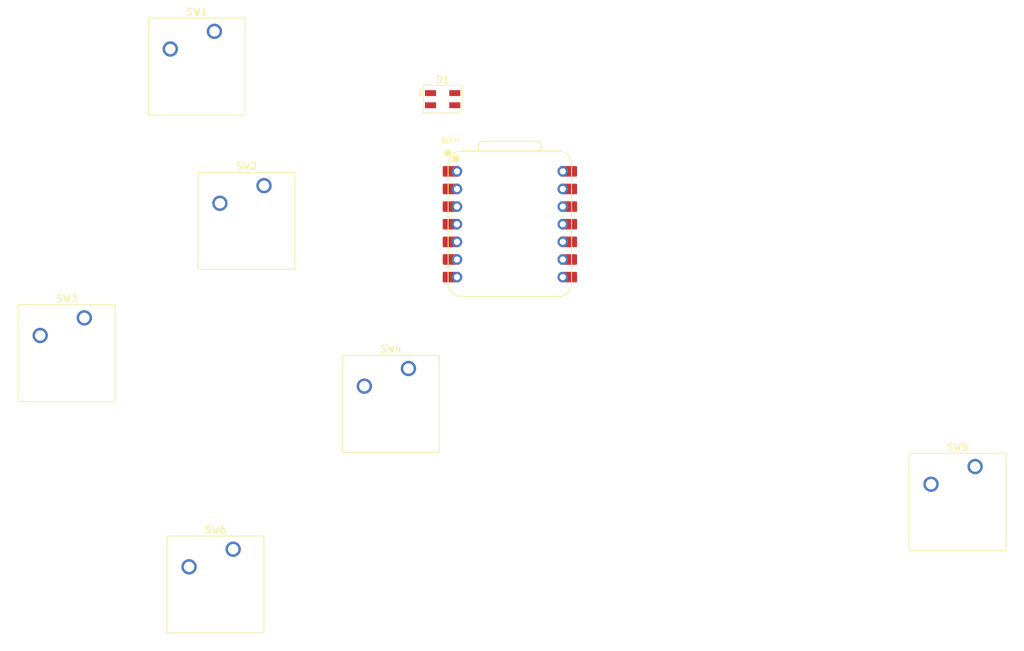
<source format=kicad_pcb>
(kicad_pcb (version 20241229) (generator "pcbnew") (generator_version "9.0")
  (layers (0 "F.Cu" signal) (2 "B.Cu" signal) (13 "F.Paste" user) (15 "B.Paste" user) (5 "F.SilkS" user "F.Silkscreen") (7 "B.SilkS" user "B.Silkscreen") (1 "F.Mask" user) (3 "B.Mask" user) (25 "Edge.Cuts" user))
  (net 0 "")
  (footprint "Button_Switch_Keyboard:SW_Cherry_MX_1.00u_PCB" (layer "F.Cu") (at 147.47875 41.7425)
    (property "Reference" "SW1" (at -2.54 -2.794 0) (layer "F.SilkS"))
    (property "Value" "Move Up Btn")
    (fp_line (start -9.525 -1.905) (end 4.445 -1.905) (stroke (width 0.12)) (layer "F.SilkS"))
    (fp_line (start -9.525 12.065) (end -9.525 -1.905) (stroke (width 0.12)) (layer "F.SilkS"))
    (fp_line (start 4.445 -1.905) (end 4.445 12.065) (stroke (width 0.12)) (layer "F.SilkS"))
    (fp_line (start 4.445 12.065) (end -9.525 12.065) (stroke (width 0.12)) (layer "F.SilkS"))
    (pad "" np_thru_hole circle (at -7.62 5.08) (size 1.7 1.7) (drill 1.7) (layers "*.Cu" "*.Mask"))
    (pad "" np_thru_hole circle (at -2.54 5.08) (size 4 4) (drill 4) (layers "*.Cu" "*.Mask"))
    (pad "" np_thru_hole circle (at 2.54 5.08) (size 1.7 1.7) (drill 1.7) (layers "*.Cu" "*.Mask"))
    (pad "1" thru_hole circle (at 0 0) (size 2.2 2.2) (drill 1.5) (layers "*.Cu" "*.Mask"))
    (pad "2" thru_hole circle (at -6.35 2.54) (size 2.2 2.2) (drill 1.5) (layers "*.Cu" "*.Mask"))
  )
  (footprint "Button_Switch_Keyboard:SW_Cherry_MX_1.00u_PCB" (layer "F.Cu") (at 150.1775 116.36375)
    (property "Reference" "SW6" (at -2.54 -2.794 0) (layer "F.SilkS"))
    (property "Value" "Defense Btn")
    (fp_line (start -9.525 -1.905) (end 4.445 -1.905) (stroke (width 0.12)) (layer "F.SilkS"))
    (fp_line (start -9.525 12.065) (end -9.525 -1.905) (stroke (width 0.12)) (layer "F.SilkS"))
    (fp_line (start 4.445 -1.905) (end 4.445 12.065) (stroke (width 0.12)) (layer "F.SilkS"))
    (fp_line (start 4.445 12.065) (end -9.525 12.065) (stroke (width 0.12)) (layer "F.SilkS"))
    (pad "" np_thru_hole circle (at -7.62 5.08) (size 1.7 1.7) (drill 1.7) (layers "*.Cu" "*.Mask"))
    (pad "" np_thru_hole circle (at -2.54 5.08) (size 4 4) (drill 4) (layers "*.Cu" "*.Mask"))
    (pad "" np_thru_hole circle (at 2.54 5.08) (size 1.7 1.7) (drill 1.7) (layers "*.Cu" "*.Mask"))
    (pad "1" thru_hole circle (at 0 0) (size 2.2 2.2) (drill 1.5) (layers "*.Cu" "*.Mask"))
    (pad "2" thru_hole circle (at -6.35 2.54) (size 2.2 2.2) (drill 1.5) (layers "*.Cu" "*.Mask"))
  )
  (footprint "Button_Switch_Keyboard:SW_Cherry_MX_1.00u_PCB" (layer "F.Cu") (at 128.74625 83.02625)
    (property "Reference" "SW3" (at -2.54 -2.794 0) (layer "F.SilkS"))
    (property "Value" "Move Right Btn")
    (fp_line (start -9.525 -1.905) (end 4.445 -1.905) (stroke (width 0.12)) (layer "F.SilkS"))
    (fp_line (start -9.525 12.065) (end -9.525 -1.905) (stroke (width 0.12)) (layer "F.SilkS"))
    (fp_line (start 4.445 -1.905) (end 4.445 12.065) (stroke (width 0.12)) (layer "F.SilkS"))
    (fp_line (start 4.445 12.065) (end -9.525 12.065) (stroke (width 0.12)) (layer "F.SilkS"))
    (pad "" np_thru_hole circle (at -7.62 5.08) (size 1.7 1.7) (drill 1.7) (layers "*.Cu" "*.Mask"))
    (pad "" np_thru_hole circle (at -2.54 5.08) (size 4 4) (drill 4) (layers "*.Cu" "*.Mask"))
    (pad "" np_thru_hole circle (at 2.54 5.08) (size 1.7 1.7) (drill 1.7) (layers "*.Cu" "*.Mask"))
    (pad "1" thru_hole circle (at 0 0) (size 2.2 2.2) (drill 1.5) (layers "*.Cu" "*.Mask"))
    (pad "2" thru_hole circle (at -6.35 2.54) (size 2.2 2.2) (drill 1.5) (layers "*.Cu" "*.Mask"))
  )
  (footprint "OPL:XIAO-RP2040-DIP" (layer "F.Cu") (at 190.02375 69.5325)
    (property "Reference" "REF**" (at -8.5 -12 0) (layer "F.SilkS") (effects (font (size 0.635 0.635) (thickness 0.1016))))
    (property "Value" "XIAO-RP2040-DIP")
    (fp_line (start -8.89 8.509) (end -8.89 -8.636) (stroke (width 0.127)) (layer "F.SilkS"))
    (fp_line (start -6.985 10.414) (end 6.985 10.414) (stroke (width 0.127)) (layer "F.SilkS"))
    (fp_line (start -4.495 -10.541) (end -4.491272 -11.451272) (stroke (width 0.127)) (layer "F.SilkS"))
    (fp_line (start -3.991272 -11.951) (end 4.004 -11.951) (stroke (width 0.127)) (layer "F.SilkS"))
    (fp_line (start 4.504 -11.451) (end 4.504 -10.541) (stroke (width 0.127)) (layer "F.SilkS"))
    (fp_line (start 6.985 -10.541) (end -6.985 -10.541) (stroke (width 0.1)) (layer "F.SilkS"))
    (fp_line (start 6.985 -10.541) (end -6.985 -10.541) (stroke (width 0.127)) (layer "F.SilkS"))
    (fp_line (start 8.89 8.509) (end 8.89 -8.636) (stroke (width 0.127)) (layer "F.SilkS"))
    (fp_arc (start -8.89 -8.636) (mid -8.332038 -9.983038) (end -6.985 -10.541) (stroke (width 0.127)) (layer "F.SilkS"))
    (fp_arc (start -6.985 10.414) (mid -8.332038 9.856038) (end -8.89 8.509) (stroke (width 0.127)) (layer "F.SilkS"))
    (fp_arc (start -4.491272 -11.451272) (mid -4.344728 -11.80464) (end -3.991272 -11.951) (stroke (width 0.127)) (layer "F.SilkS"))
    (fp_arc (start 4.004 -11.951) (mid 4.357553 -11.804553) (end 4.504 -11.451) (stroke (width 0.127)) (layer "F.SilkS"))
    (fp_arc (start 6.985 -10.541) (mid 8.332038 -9.983038) (end 8.89 -8.636) (stroke (width 0.127)) (layer "F.SilkS"))
    (fp_arc (start 8.89 8.509) (mid 8.332038 9.856038) (end 6.985 10.414) (stroke (width 0.127)) (layer "F.SilkS"))
    (fp_circle (center -8.95 -10.3) (end -8.95 -10.554) (stroke (width 0.5)) (fill yes) (layer "F.SilkS"))
    (fp_circle (center -7.807 -9.42) (end -7.807 -9.674) (stroke (width 0.5)) (fill yes) (layer "F.SilkS"))
    (pad "1" smd roundrect (at -8.455 -7.62 180) (size 2.432 1.524) (layers "F.Cu" "F.Mask") (roundrect_rratio 0.1))
    (pad "1" thru_hole circle (at -7.62 -7.62 180) (size 1.524 1.524) (drill 0.889) (layers "*.Cu" "*.Mask"))
    (pad "2" smd roundrect (at -8.455 -5.08 180) (size 2.432 1.524) (layers "F.Cu" "F.Mask") (roundrect_rratio 0.1))
    (pad "2" thru_hole circle (at -7.62 -5.08 180) (size 1.524 1.524) (drill 0.889) (layers "*.Cu" "*.Mask"))
    (pad "3" smd roundrect (at -8.455 -2.54 180) (size 2.432 1.524) (layers "F.Cu" "F.Mask") (roundrect_rratio 0.1))
    (pad "3" thru_hole circle (at -7.62 -2.54 180) (size 1.524 1.524) (drill 0.889) (layers "*.Cu" "*.Mask"))
    (pad "4" smd roundrect (at -8.455 0 180) (size 2.432 1.524) (layers "F.Cu" "F.Mask") (roundrect_rratio 0.1))
    (pad "4" thru_hole circle (at -7.62 0 180) (size 1.524 1.524) (drill 0.889) (layers "*.Cu" "*.Mask"))
    (pad "5" smd roundrect (at -8.455 2.54 180) (size 2.432 1.524) (layers "F.Cu" "F.Mask") (roundrect_rratio 0.1))
    (pad "5" thru_hole circle (at -7.62 2.54 180) (size 1.524 1.524) (drill 0.889) (layers "*.Cu" "*.Mask"))
    (pad "6" smd roundrect (at -8.455 5.08 180) (size 2.432 1.524) (layers "F.Cu" "F.Mask") (roundrect_rratio 0.1))
    (pad "6" thru_hole circle (at -7.62 5.08 180) (size 1.524 1.524) (drill 0.889) (layers "*.Cu" "*.Mask"))
    (pad "7" smd roundrect (at -8.455 7.62 180) (size 2.432 1.524) (layers "F.Cu" "F.Mask") (roundrect_rratio 0.1))
    (pad "7" thru_hole circle (at -7.62 7.62 180) (size 1.524 1.524) (drill 0.889) (layers "*.Cu" "*.Mask"))
    (pad "8" thru_hole circle (at 7.62 7.62) (size 1.524 1.524) (drill 0.889) (layers "*.Cu" "*.Mask"))
    (pad "8" smd roundrect (at 8.455 7.62) (size 2.432 1.524) (layers "F.Cu" "F.Mask") (roundrect_rratio 0.1))
    (pad "9" thru_hole circle (at 7.62 5.08) (size 1.524 1.524) (drill 0.889) (layers "*.Cu" "*.Mask"))
    (pad "9" smd roundrect (at 8.455 5.08) (size 2.432 1.524) (layers "F.Cu" "F.Mask") (roundrect_rratio 0.1))
    (pad "10" thru_hole circle (at 7.62 2.54) (size 1.524 1.524) (drill 0.889) (layers "*.Cu" "*.Mask"))
    (pad "10" smd roundrect (at 8.455 2.54) (size 2.432 1.524) (layers "F.Cu" "F.Mask") (roundrect_rratio 0.1))
    (pad "11" thru_hole circle (at 7.62 0) (size 1.524 1.524) (drill 0.889) (layers "*.Cu" "*.Mask"))
    (pad "11" smd roundrect (at 8.455 0) (size 2.432 1.524) (layers "F.Cu" "F.Mask") (roundrect_rratio 0.1))
    (pad "12" thru_hole circle (at 7.62 -2.54) (size 1.524 1.524) (drill 0.889) (layers "*.Cu" "*.Mask"))
    (pad "12" smd roundrect (at 8.455 -2.54) (size 2.432 1.524) (layers "F.Cu" "F.Mask") (roundrect_rratio 0.1))
    (pad "13" thru_hole circle (at 7.62 -5.08) (size 1.524 1.524) (drill 0.889) (layers "*.Cu" "*.Mask"))
    (pad "13" smd roundrect (at 8.455 -5.08) (size 2.432 1.524) (layers "F.Cu" "F.Mask") (roundrect_rratio 0.1))
    (pad "14" thru_hole circle (at 7.62 -7.62) (size 1.524 1.524) (drill 0.889) (layers "*.Cu" "*.Mask"))
    (pad "14" smd roundrect (at 8.455 -7.62) (size 2.432 1.524) (layers "F.Cu" "F.Mask") (roundrect_rratio 0.1))
  )
  (footprint "Button_Switch_Keyboard:SW_Cherry_MX_1.00u_PCB" (layer "F.Cu") (at 257.01625 104.4575)
    (property "Reference" "SW5" (at -2.54 -2.794 0) (layer "F.SilkS"))
    (property "Value" "Attack Btn")
    (fp_line (start -9.525 -1.905) (end 4.445 -1.905) (stroke (width 0.12)) (layer "F.SilkS"))
    (fp_line (start -9.525 12.065) (end -9.525 -1.905) (stroke (width 0.12)) (layer "F.SilkS"))
    (fp_line (start 4.445 -1.905) (end 4.445 12.065) (stroke (width 0.12)) (layer "F.SilkS"))
    (fp_line (start 4.445 12.065) (end -9.525 12.065) (stroke (width 0.12)) (layer "F.SilkS"))
    (pad "" np_thru_hole circle (at -7.62 5.08) (size 1.7 1.7) (drill 1.7) (layers "*.Cu" "*.Mask"))
    (pad "" np_thru_hole circle (at -2.54 5.08) (size 4 4) (drill 4) (layers "*.Cu" "*.Mask"))
    (pad "" np_thru_hole circle (at 2.54 5.08) (size 1.7 1.7) (drill 1.7) (layers "*.Cu" "*.Mask"))
    (pad "1" thru_hole circle (at 0 0) (size 2.2 2.2) (drill 1.5) (layers "*.Cu" "*.Mask"))
    (pad "2" thru_hole circle (at -6.35 2.54) (size 2.2 2.2) (drill 1.5) (layers "*.Cu" "*.Mask"))
  )
  (footprint "LED_SMD:LED_SK6812MINI_PLCC4_3.5x3.5mm_P1.75mm" (layer "F.Cu") (at 180.34375 51.5125)
    (property "Reference" "D1" (at 0 -2.75 0) (layer "F.SilkS"))
    (property "Value" "SK6812MINI")
    (fp_line (start -2.8 -2) (end -2.8 2) (stroke (width 0.12)) (layer "F.SilkS"))
    (fp_line (start -2.8 -2) (end 2.8 -2) (stroke (width 0.12)) (layer "F.SilkS"))
    (fp_line (start -2.8 2) (end 2.2 2) (stroke (width 0.12)) (layer "F.SilkS"))
    (fp_line (start 2.8 1.4) (end 2.2 2) (stroke (width 0.12)) (layer "F.SilkS"))
    (fp_line (start 2.8 1.4) (end 2.8 -2) (stroke (width 0.12)) (layer "F.SilkS"))
    (fp_text user "1" (at -3.2 -0.875 0) (layer "F.SilkS") (effects (font (size 0.8 0.8))))
    (pad "1" smd rect (at -1.75 -0.875) (size 1.6 0.85) (layers "F.Cu" "F.Mask" "F.Paste"))
    (pad "2" smd rect (at -1.75 0.875) (size 1.6 0.85) (layers "F.Cu" "F.Mask" "F.Paste"))
    (pad "3" smd rect (at 1.75 0.875) (size 1.6 0.85) (layers "F.Cu" "F.Mask" "F.Paste"))
    (pad "4" smd rect (at 1.75 -0.875) (size 1.6 0.85) (layers "F.Cu" "F.Mask" "F.Paste"))
  )
  (footprint "Button_Switch_Keyboard:SW_Cherry_MX_1.00u_PCB" (layer "F.Cu") (at 154.6225 63.97625)
    (property "Reference" "SW2" (at -2.54 -2.794 0) (layer "F.SilkS"))
    (property "Value" "Move Down Btn")
    (fp_line (start -9.525 -1.905) (end 4.445 -1.905) (stroke (width 0.12)) (layer "F.SilkS"))
    (fp_line (start -9.525 12.065) (end -9.525 -1.905) (stroke (width 0.12)) (layer "F.SilkS"))
    (fp_line (start 4.445 -1.905) (end 4.445 12.065) (stroke (width 0.12)) (layer "F.SilkS"))
    (fp_line (start 4.445 12.065) (end -9.525 12.065) (stroke (width 0.12)) (layer "F.SilkS"))
    (pad "" np_thru_hole circle (at -7.62 5.08) (size 1.7 1.7) (drill 1.7) (layers "*.Cu" "*.Mask"))
    (pad "" np_thru_hole circle (at -2.54 5.08) (size 4 4) (drill 4) (layers "*.Cu" "*.Mask"))
    (pad "" np_thru_hole circle (at 2.54 5.08) (size 1.7 1.7) (drill 1.7) (layers "*.Cu" "*.Mask"))
    (pad "1" thru_hole circle (at 0 0) (size 2.2 2.2) (drill 1.5) (layers "*.Cu" "*.Mask"))
    (pad "2" thru_hole circle (at -6.35 2.54) (size 2.2 2.2) (drill 1.5) (layers "*.Cu" "*.Mask"))
  )
  (footprint "Button_Switch_Keyboard:SW_Cherry_MX_1.00u_PCB" (layer "F.Cu") (at 175.41875 90.32875)
    (property "Reference" "SW4" (at -2.54 -2.794 0) (layer "F.SilkS"))
    (property "Value" "Move Left Btn")
    (fp_line (start -9.525 -1.905) (end 4.445 -1.905) (stroke (width 0.12)) (layer "F.SilkS"))
    (fp_line (start -9.525 12.065) (end -9.525 -1.905) (stroke (width 0.12)) (layer "F.SilkS"))
    (fp_line (start 4.445 -1.905) (end 4.445 12.065) (stroke (width 0.12)) (layer "F.SilkS"))
    (fp_line (start 4.445 12.065) (end -9.525 12.065) (stroke (width 0.12)) (layer "F.SilkS"))
    (pad "" np_thru_hole circle (at -7.62 5.08) (size 1.7 1.7) (drill 1.7) (layers "*.Cu" "*.Mask"))
    (pad "" np_thru_hole circle (at -2.54 5.08) (size 4 4) (drill 4) (layers "*.Cu" "*.Mask"))
    (pad "" np_thru_hole circle (at 2.54 5.08) (size 1.7 1.7) (drill 1.7) (layers "*.Cu" "*.Mask"))
    (pad "1" thru_hole circle (at 0 0) (size 2.2 2.2) (drill 1.5) (layers "*.Cu" "*.Mask"))
    (pad "2" thru_hole circle (at -6.35 2.54) (size 2.2 2.2) (drill 1.5) (layers "*.Cu" "*.Mask"))
  )
)
</source>
